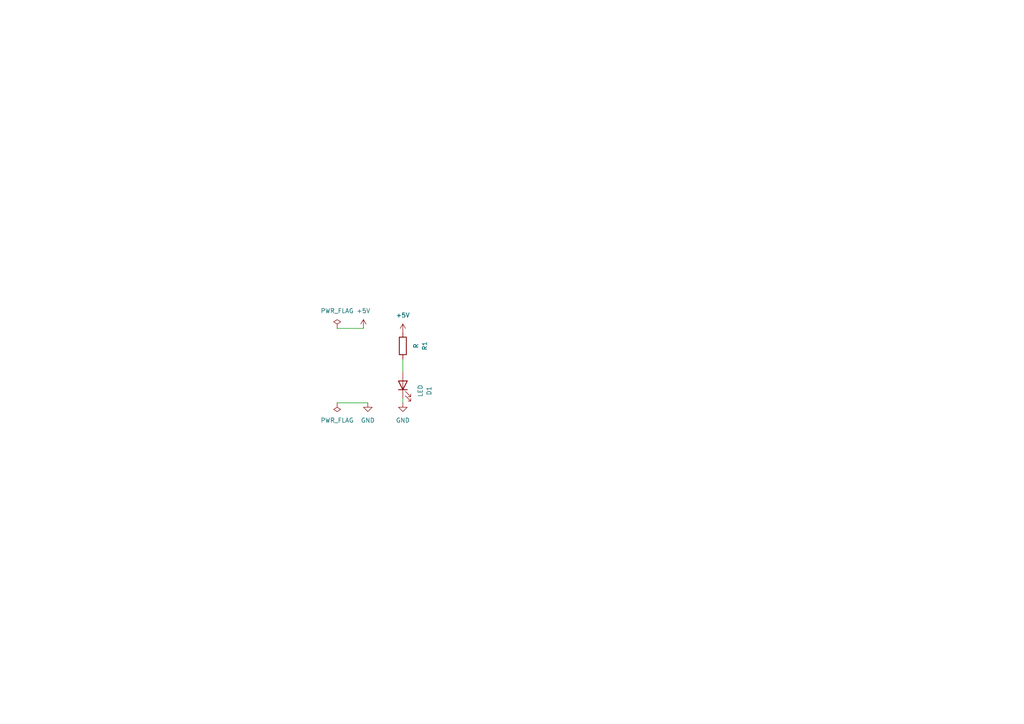
<source format=kicad_sch>
(kicad_sch (version 20211123) (generator eeschema)
  (paper "A4")
  (lib_symbols
    (symbol "Device:LED" (pin_numbers hide) (pin_names (offset 1.016) hide)
      (property "Reference" "D" (at 0 2.54 0))
      (property "Value" "LED" (at 0 -2.54 0))
      (symbol "LED_0_1"
        (polyline (pts (xy -1.27 -1.27) (xy -1.27 1.27)) (stroke (width 0.254)))
        (polyline (pts (xy -1.27 0) (xy 1.27 0)))
        (polyline (pts (xy 1.27 -1.27) (xy 1.27 1.27) (xy -1.27 0) (xy 1.27 -1.27)) (stroke (width 0.254)))
        (polyline (pts (xy -3.048 -0.762) (xy -4.572 -2.286) (xy -3.81 -2.286) (xy -4.572 -2.286) (xy -4.572 -1.524)))
        (polyline (pts (xy -1.778 -0.762) (xy -3.302 -2.286) (xy -2.54 -2.286) (xy -3.302 -2.286) (xy -3.302 -1.524)))
      )
      (symbol "LED_1_1"
        (pin passive line (at -3.81 0 0) (length 2.54) (name "K") (number "1"))
        (pin passive line (at 3.81 0 180) (length 2.54) (name "A") (number "2"))
      )
    )
    (symbol "Device:R" (pin_numbers hide) (pin_names (offset 0))
      (property "Reference" "R" (at 2.032 0 90))
      (property "Value" "R" (at 0 0 90))
      (symbol "R_0_1"
        (rectangle (start -1.016 -2.54) (end 1.016 2.54) (stroke (width 0.254)))
      )
      (symbol "R_1_1"
        (pin passive line (at 0 3.81 270) (length 1.27) (name "~") (number "1"))
        (pin passive line (at 0 -3.81 90) (length 1.27) (name "~") (number "2"))
      )
    )
    (symbol "power:+5V" (power) (pin_names (offset 0))
      (property "Value" "+5V" (at 0 3.556 0))
      (symbol "+5V_0_1"
        (polyline (pts (xy -0.762 1.27) (xy 0 2.54)))
        (polyline (pts (xy 0 0) (xy 0 2.54)))
        (polyline (pts (xy 0 2.54) (xy 0.762 1.27)))
      )
      (symbol "+5V_1_1"
        (pin power_in line (at 0 0 90) (length 0) hide (name "+5V") (number "1"))
      )
    )
    (symbol "power:GND" (power) (pin_names (offset 0))
      (property "Value" "GND" (at 0 -3.81 0))
      (symbol "GND_0_1"
        (polyline (pts (xy 0 0) (xy 0 -1.27) (xy 1.27 -1.27) (xy 0 -2.54) (xy -1.27 -1.27) (xy 0 -1.27)))
      )
      (symbol "GND_1_1"
        (pin power_in line (at 0 0 270) (length 0) hide (name "GND") (number "1"))
      )
    )
    (symbol "power:PWR_FLAG" (power) (pin_numbers hide) (pin_names (offset 0) hide)
      (property "Value" "PWR_FLAG" (at 0 3.81 0))
      (symbol "PWR_FLAG_0_0"
        (pin power_out line (at 0 0 90) (length 0) (name "pwr") (number "1"))
      )
      (symbol "PWR_FLAG_0_1"
        (polyline (pts (xy 0 0) (xy 0 1.27) (xy -1.016 1.905) (xy 0 2.54) (xy 1.016 1.905) (xy 0 1.27)))
      )
    )
  )
  (wire (pts (xy 116.84 104.14) (xy 116.84 107.95)))
  (wire (pts (xy 97.79 95.25) (xy 105.41 95.25)))
  (wire (pts (xy 116.84 115.57) (xy 116.84 116.84)))
  (wire (pts (xy 97.79 116.84) (xy 106.68 116.84)))
  (symbol (lib_id "power:+5V") (at 116.84 96.52 0) (unit 1)
    (property "Reference" "#PWR01" (effects hide))
    (property "Value" "+5V" (at 116.84 91.44 0))
  )
  (symbol (lib_id "power:GND") (at 116.84 116.84 0) (unit 1)
    (property "Reference" "#PWR0102" (effects hide))
    (property "Value" "GND" (at 116.84 121.92 0))
  )
  (symbol (lib_id "power:PWR_FLAG") (at 97.79 95.25 0) (unit 1)
    (property "Reference" "#FLG0101" (effects hide))
    (property "Value" "PWR_FLAG" (at 97.79 90.17 0))
  )
  (symbol (lib_id "Device:LED") (at 116.84 111.76 90) (unit 1)
    (property "Reference" "D1" (at 124.46 113.3475 0))
    (property "Value" "LED" (at 121.92 113.3475 0))
  )
  (symbol (lib_id "power:+5V") (at 105.41 95.25 0) (unit 1)
    (property "Reference" "#PWR0101" (effects hide))
    (property "Value" "+5V" (at 105.41 90.17 0))
  )
  (symbol (lib_id "power:GND") (at 106.68 116.84 0) (unit 1)
    (property "Reference" "#PWR0103" (effects hide))
    (property "Value" "GND" (at 106.68 121.92 0))
  )
  (symbol (lib_id "power:PWR_FLAG") (at 97.79 116.84 180) (unit 1)
    (property "Reference" "#FLG0102" (effects hide))
    (property "Value" "PWR_FLAG" (at 97.79 121.92 0))
  )
  (symbol (lib_id "Device:R") (at 116.84 100.33 0) (unit 1)
    (property "Reference" "R1" (at 123.19 100.33 90))
    (property "Value" "R" (at 120.65 100.33 90))
  )
)
</source>
